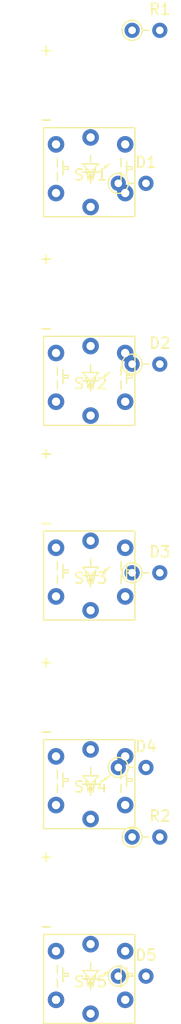
<source format=kicad_pcb>
(kicad_pcb (version 20171130) (host pcbnew "(5.1.5-0-10_14)")

  (general
    (thickness 1.6)
    (drawings 0)
    (tracks 0)
    (zones 0)
    (modules 12)
    (nets 24)
  )

  (page A4)
  (layers
    (0 F.Cu signal)
    (31 B.Cu signal)
    (32 B.Adhes user)
    (33 F.Adhes user)
    (34 B.Paste user)
    (35 F.Paste user)
    (36 B.SilkS user)
    (37 F.SilkS user)
    (38 B.Mask user)
    (39 F.Mask user)
    (40 Dwgs.User user)
    (41 Cmts.User user)
    (42 Eco1.User user)
    (43 Eco2.User user)
    (44 Edge.Cuts user)
    (45 Margin user)
    (46 B.CrtYd user)
    (47 F.CrtYd user)
    (48 B.Fab user)
    (49 F.Fab user)
  )

  (setup
    (last_trace_width 0.25)
    (trace_clearance 0.2)
    (zone_clearance 0.508)
    (zone_45_only no)
    (trace_min 0.2)
    (via_size 0.8)
    (via_drill 0.4)
    (via_min_size 0.4)
    (via_min_drill 0.3)
    (uvia_size 0.3)
    (uvia_drill 0.1)
    (uvias_allowed no)
    (uvia_min_size 0.2)
    (uvia_min_drill 0.1)
    (edge_width 0.05)
    (segment_width 0.2)
    (pcb_text_width 0.3)
    (pcb_text_size 1.5 1.5)
    (mod_edge_width 0.12)
    (mod_text_size 1 1)
    (mod_text_width 0.15)
    (pad_size 1.524 1.524)
    (pad_drill 0.762)
    (pad_to_mask_clearance 0.051)
    (solder_mask_min_width 0.25)
    (aux_axis_origin 0 0)
    (visible_elements FFFFFF7F)
    (pcbplotparams
      (layerselection 0x010fc_ffffffff)
      (usegerberextensions false)
      (usegerberattributes false)
      (usegerberadvancedattributes false)
      (creategerberjobfile false)
      (excludeedgelayer true)
      (linewidth 0.100000)
      (plotframeref false)
      (viasonmask false)
      (mode 1)
      (useauxorigin false)
      (hpglpennumber 1)
      (hpglpenspeed 20)
      (hpglpendiameter 15.000000)
      (psnegative false)
      (psa4output false)
      (plotreference true)
      (plotvalue true)
      (plotinvisibletext false)
      (padsonsilk false)
      (subtractmaskfromsilk false)
      (outputformat 1)
      (mirror false)
      (drillshape 1)
      (scaleselection 1)
      (outputdirectory ""))
  )

  (net 0 "")
  (net 1 "Net-(SW1-Pad6)")
  (net 2 "Net-(SW1-Pad4)")
  (net 3 "Net-(SW1-Pad3)")
  (net 4 "Net-(D1-Pad1)")
  (net 5 "Net-(D1-Pad2)")
  (net 6 "Net-(D2-Pad1)")
  (net 7 "Net-(D3-Pad1)")
  (net 8 "Net-(D4-Pad1)")
  (net 9 "Net-(D5-Pad1)")
  (net 10 "Net-(R1-Pad1)")
  (net 11 +12V)
  (net 12 "Net-(R2-Pad1)")
  (net 13 "Net-(SW2-Pad6)")
  (net 14 "Net-(SW2-Pad4)")
  (net 15 "Net-(SW2-Pad3)")
  (net 16 GND)
  (net 17 "Net-(SW3-Pad4)")
  (net 18 "Net-(SW3-Pad3)")
  (net 19 "Net-(SW4-Pad6)")
  (net 20 "Net-(SW4-Pad4)")
  (net 21 "Net-(SW4-Pad3)")
  (net 22 "Net-(SW5-Pad4)")
  (net 23 "Net-(SW5-Pad3)")

  (net_class Default "This is the default net class."
    (clearance 0.2)
    (trace_width 0.25)
    (via_dia 0.8)
    (via_drill 0.4)
    (uvia_dia 0.3)
    (uvia_drill 0.1)
    (add_net +12V)
    (add_net GND)
    (add_net "Net-(D1-Pad1)")
    (add_net "Net-(D1-Pad2)")
    (add_net "Net-(D2-Pad1)")
    (add_net "Net-(D3-Pad1)")
    (add_net "Net-(D4-Pad1)")
    (add_net "Net-(D5-Pad1)")
    (add_net "Net-(R1-Pad1)")
    (add_net "Net-(R2-Pad1)")
    (add_net "Net-(SW1-Pad3)")
    (add_net "Net-(SW1-Pad4)")
    (add_net "Net-(SW1-Pad6)")
    (add_net "Net-(SW2-Pad3)")
    (add_net "Net-(SW2-Pad4)")
    (add_net "Net-(SW2-Pad6)")
    (add_net "Net-(SW3-Pad3)")
    (add_net "Net-(SW3-Pad4)")
    (add_net "Net-(SW4-Pad3)")
    (add_net "Net-(SW4-Pad4)")
    (add_net "Net-(SW4-Pad6)")
    (add_net "Net-(SW5-Pad3)")
    (add_net "Net-(SW5-Pad4)")
  )

  (module PT_Library_v001:PT_Small_Tactile_Switch_With_LED (layer F.Cu) (tedit 5EACFBFC) (tstamp 5EACE576)
    (at 132.08 158.75)
    (path /5EADC7D6)
    (fp_text reference SW5 (at 0 0.5) (layer F.SilkS)
      (effects (font (size 1 1) (thickness 0.15)))
    )
    (fp_text value PT_Tactile_Switch_Led (at 0 -0.5) (layer F.Fab)
      (effects (font (size 1 1) (thickness 0.15)))
    )
    (fp_line (start -4.318 -3.81) (end -3.048 -3.81) (layer F.SilkS) (width 0.12))
    (fp_line (start -4.318 4.318) (end -4.318 -3.81) (layer F.SilkS) (width 0.12))
    (fp_line (start 4.064 4.318) (end -4.318 4.318) (layer F.SilkS) (width 0.12))
    (fp_line (start 4.064 -3.81) (end 4.064 4.318) (layer F.SilkS) (width 0.12))
    (fp_line (start -4.064 -3.81) (end 4.064 -3.81) (layer F.SilkS) (width 0.12))
    (fp_text user - (at -4.064 -4.572) (layer F.SilkS)
      (effects (font (size 1 1) (thickness 0.15)))
    )
    (fp_line (start 3.81 0) (end 3.302 0) (layer F.SilkS) (width 0.12))
    (fp_line (start 2.794 -1.016) (end 2.794 -0.254) (layer F.SilkS) (width 0.12))
    (fp_line (start 3.81 -0.254) (end 3.81 0) (layer F.SilkS) (width 0.12))
    (fp_line (start 3.302 -0.762) (end 3.302 0.508) (layer F.SilkS) (width 0.12))
    (fp_line (start 2.794 0.254) (end 2.794 1.016) (layer F.SilkS) (width 0.12))
    (fp_line (start 3.302 -0.254) (end 3.81 -0.254) (layer F.SilkS) (width 0.12))
    (fp_line (start -2.032 0) (end -2.54 0) (layer F.SilkS) (width 0.12))
    (fp_line (start -2.032 -0.254) (end -2.032 0) (layer F.SilkS) (width 0.12))
    (fp_line (start -2.54 -0.254) (end -2.032 -0.254) (layer F.SilkS) (width 0.12))
    (fp_line (start -2.54 -0.762) (end -2.54 0.508) (layer F.SilkS) (width 0.12))
    (fp_line (start -3.048 0.254) (end -3.048 1.016) (layer F.SilkS) (width 0.12))
    (fp_line (start -3.048 -1.016) (end -3.048 -0.254) (layer F.SilkS) (width 0.12))
    (fp_line (start 1.524 -0.254) (end 1.016 0) (layer F.SilkS) (width 0.12))
    (fp_line (start 1.27 -0.254) (end 1.524 -0.254) (layer F.SilkS) (width 0.12))
    (fp_line (start 1.778 -0.508) (end 1.27 -0.254) (layer F.SilkS) (width 0.12))
    (fp_line (start 0 0.254) (end 0 1.27) (layer F.SilkS) (width 0.12))
    (fp_line (start -0.762 0.254) (end 0 0.254) (layer F.SilkS) (width 0.12))
    (fp_line (start 0.762 0.254) (end -0.762 0.254) (layer F.SilkS) (width 0.12))
    (fp_line (start -0.762 -0.508) (end 0 -0.508) (layer F.SilkS) (width 0.12))
    (fp_line (start 0 0.254) (end -0.762 -0.508) (layer F.SilkS) (width 0.12))
    (fp_line (start 0.762 -0.508) (end 0 0.254) (layer F.SilkS) (width 0.12))
    (fp_line (start 0 -0.508) (end 0.762 -0.508) (layer F.SilkS) (width 0.12))
    (fp_line (start 0 -1.27) (end 0 -0.508) (layer F.SilkS) (width 0.12))
    (fp_text user + (at -4.064 -10.922) (layer F.SilkS)
      (effects (font (size 1 1) (thickness 0.15)))
    )
    (pad 6 thru_hole circle (at 0 3.429) (size 1.524 1.524) (drill 0.762) (layers *.Cu *.Mask)
      (net 16 GND))
    (pad 5 thru_hole circle (at 0 -2.921) (size 1.524 1.524) (drill 0.762) (layers *.Cu *.Mask)
      (net 19 "Net-(SW4-Pad6)"))
    (pad 4 thru_hole circle (at 3.175 2.159) (size 1.524 1.524) (drill 0.762) (layers *.Cu *.Mask)
      (net 22 "Net-(SW5-Pad4)"))
    (pad 3 thru_hole circle (at -3.175 2.159) (size 1.524 1.524) (drill 0.762) (layers *.Cu *.Mask)
      (net 23 "Net-(SW5-Pad3)"))
    (pad 2 thru_hole circle (at 3.175 -2.286) (size 1.524 1.524) (drill 0.762) (layers *.Cu *.Mask)
      (net 9 "Net-(D5-Pad1)"))
    (pad 1 thru_hole circle (at -3.175 -2.286) (size 1.524 1.524) (drill 0.762) (layers *.Cu *.Mask)
      (net 9 "Net-(D5-Pad1)"))
  )

  (module PT_Library_v001:PT_Small_Tactile_Switch_With_LED (layer F.Cu) (tedit 5EACFBFC) (tstamp 5EACE549)
    (at 132.08 140.97)
    (path /5EAD648E)
    (fp_text reference SW4 (at 0 0.5) (layer F.SilkS)
      (effects (font (size 1 1) (thickness 0.15)))
    )
    (fp_text value PT_Tactile_Switch_Led (at 0 -0.5) (layer F.Fab)
      (effects (font (size 1 1) (thickness 0.15)))
    )
    (fp_line (start -4.318 -3.81) (end -3.048 -3.81) (layer F.SilkS) (width 0.12))
    (fp_line (start -4.318 4.318) (end -4.318 -3.81) (layer F.SilkS) (width 0.12))
    (fp_line (start 4.064 4.318) (end -4.318 4.318) (layer F.SilkS) (width 0.12))
    (fp_line (start 4.064 -3.81) (end 4.064 4.318) (layer F.SilkS) (width 0.12))
    (fp_line (start -4.064 -3.81) (end 4.064 -3.81) (layer F.SilkS) (width 0.12))
    (fp_text user - (at -4.064 -4.572) (layer F.SilkS)
      (effects (font (size 1 1) (thickness 0.15)))
    )
    (fp_line (start 3.81 0) (end 3.302 0) (layer F.SilkS) (width 0.12))
    (fp_line (start 2.794 -1.016) (end 2.794 -0.254) (layer F.SilkS) (width 0.12))
    (fp_line (start 3.81 -0.254) (end 3.81 0) (layer F.SilkS) (width 0.12))
    (fp_line (start 3.302 -0.762) (end 3.302 0.508) (layer F.SilkS) (width 0.12))
    (fp_line (start 2.794 0.254) (end 2.794 1.016) (layer F.SilkS) (width 0.12))
    (fp_line (start 3.302 -0.254) (end 3.81 -0.254) (layer F.SilkS) (width 0.12))
    (fp_line (start -2.032 0) (end -2.54 0) (layer F.SilkS) (width 0.12))
    (fp_line (start -2.032 -0.254) (end -2.032 0) (layer F.SilkS) (width 0.12))
    (fp_line (start -2.54 -0.254) (end -2.032 -0.254) (layer F.SilkS) (width 0.12))
    (fp_line (start -2.54 -0.762) (end -2.54 0.508) (layer F.SilkS) (width 0.12))
    (fp_line (start -3.048 0.254) (end -3.048 1.016) (layer F.SilkS) (width 0.12))
    (fp_line (start -3.048 -1.016) (end -3.048 -0.254) (layer F.SilkS) (width 0.12))
    (fp_line (start 1.524 -0.254) (end 1.016 0) (layer F.SilkS) (width 0.12))
    (fp_line (start 1.27 -0.254) (end 1.524 -0.254) (layer F.SilkS) (width 0.12))
    (fp_line (start 1.778 -0.508) (end 1.27 -0.254) (layer F.SilkS) (width 0.12))
    (fp_line (start 0 0.254) (end 0 1.27) (layer F.SilkS) (width 0.12))
    (fp_line (start -0.762 0.254) (end 0 0.254) (layer F.SilkS) (width 0.12))
    (fp_line (start 0.762 0.254) (end -0.762 0.254) (layer F.SilkS) (width 0.12))
    (fp_line (start -0.762 -0.508) (end 0 -0.508) (layer F.SilkS) (width 0.12))
    (fp_line (start 0 0.254) (end -0.762 -0.508) (layer F.SilkS) (width 0.12))
    (fp_line (start 0.762 -0.508) (end 0 0.254) (layer F.SilkS) (width 0.12))
    (fp_line (start 0 -0.508) (end 0.762 -0.508) (layer F.SilkS) (width 0.12))
    (fp_line (start 0 -1.27) (end 0 -0.508) (layer F.SilkS) (width 0.12))
    (fp_text user + (at -4.064 -10.922) (layer F.SilkS)
      (effects (font (size 1 1) (thickness 0.15)))
    )
    (pad 6 thru_hole circle (at 0 3.429) (size 1.524 1.524) (drill 0.762) (layers *.Cu *.Mask)
      (net 19 "Net-(SW4-Pad6)"))
    (pad 5 thru_hole circle (at 0 -2.921) (size 1.524 1.524) (drill 0.762) (layers *.Cu *.Mask)
      (net 12 "Net-(R2-Pad1)"))
    (pad 4 thru_hole circle (at 3.175 2.159) (size 1.524 1.524) (drill 0.762) (layers *.Cu *.Mask)
      (net 20 "Net-(SW4-Pad4)"))
    (pad 3 thru_hole circle (at -3.175 2.159) (size 1.524 1.524) (drill 0.762) (layers *.Cu *.Mask)
      (net 21 "Net-(SW4-Pad3)"))
    (pad 2 thru_hole circle (at 3.175 -2.286) (size 1.524 1.524) (drill 0.762) (layers *.Cu *.Mask)
      (net 8 "Net-(D4-Pad1)"))
    (pad 1 thru_hole circle (at -3.175 -2.286) (size 1.524 1.524) (drill 0.762) (layers *.Cu *.Mask)
      (net 8 "Net-(D4-Pad1)"))
  )

  (module PT_Library_v001:PT_Small_Tactile_Switch_With_LED (layer F.Cu) (tedit 5EACFBFC) (tstamp 5EACE51C)
    (at 132.08 121.92)
    (path /5EAD6475)
    (fp_text reference SW3 (at 0 0.5) (layer F.SilkS)
      (effects (font (size 1 1) (thickness 0.15)))
    )
    (fp_text value PT_Tactile_Switch_Led (at 0 -0.5) (layer F.Fab)
      (effects (font (size 1 1) (thickness 0.15)))
    )
    (fp_line (start -4.318 -3.81) (end -3.048 -3.81) (layer F.SilkS) (width 0.12))
    (fp_line (start -4.318 4.318) (end -4.318 -3.81) (layer F.SilkS) (width 0.12))
    (fp_line (start 4.064 4.318) (end -4.318 4.318) (layer F.SilkS) (width 0.12))
    (fp_line (start 4.064 -3.81) (end 4.064 4.318) (layer F.SilkS) (width 0.12))
    (fp_line (start -4.064 -3.81) (end 4.064 -3.81) (layer F.SilkS) (width 0.12))
    (fp_text user - (at -4.064 -4.572) (layer F.SilkS)
      (effects (font (size 1 1) (thickness 0.15)))
    )
    (fp_line (start 3.81 0) (end 3.302 0) (layer F.SilkS) (width 0.12))
    (fp_line (start 2.794 -1.016) (end 2.794 -0.254) (layer F.SilkS) (width 0.12))
    (fp_line (start 3.81 -0.254) (end 3.81 0) (layer F.SilkS) (width 0.12))
    (fp_line (start 3.302 -0.762) (end 3.302 0.508) (layer F.SilkS) (width 0.12))
    (fp_line (start 2.794 0.254) (end 2.794 1.016) (layer F.SilkS) (width 0.12))
    (fp_line (start 3.302 -0.254) (end 3.81 -0.254) (layer F.SilkS) (width 0.12))
    (fp_line (start -2.032 0) (end -2.54 0) (layer F.SilkS) (width 0.12))
    (fp_line (start -2.032 -0.254) (end -2.032 0) (layer F.SilkS) (width 0.12))
    (fp_line (start -2.54 -0.254) (end -2.032 -0.254) (layer F.SilkS) (width 0.12))
    (fp_line (start -2.54 -0.762) (end -2.54 0.508) (layer F.SilkS) (width 0.12))
    (fp_line (start -3.048 0.254) (end -3.048 1.016) (layer F.SilkS) (width 0.12))
    (fp_line (start -3.048 -1.016) (end -3.048 -0.254) (layer F.SilkS) (width 0.12))
    (fp_line (start 1.524 -0.254) (end 1.016 0) (layer F.SilkS) (width 0.12))
    (fp_line (start 1.27 -0.254) (end 1.524 -0.254) (layer F.SilkS) (width 0.12))
    (fp_line (start 1.778 -0.508) (end 1.27 -0.254) (layer F.SilkS) (width 0.12))
    (fp_line (start 0 0.254) (end 0 1.27) (layer F.SilkS) (width 0.12))
    (fp_line (start -0.762 0.254) (end 0 0.254) (layer F.SilkS) (width 0.12))
    (fp_line (start 0.762 0.254) (end -0.762 0.254) (layer F.SilkS) (width 0.12))
    (fp_line (start -0.762 -0.508) (end 0 -0.508) (layer F.SilkS) (width 0.12))
    (fp_line (start 0 0.254) (end -0.762 -0.508) (layer F.SilkS) (width 0.12))
    (fp_line (start 0.762 -0.508) (end 0 0.254) (layer F.SilkS) (width 0.12))
    (fp_line (start 0 -0.508) (end 0.762 -0.508) (layer F.SilkS) (width 0.12))
    (fp_line (start 0 -1.27) (end 0 -0.508) (layer F.SilkS) (width 0.12))
    (fp_text user + (at -4.064 -10.922) (layer F.SilkS)
      (effects (font (size 1 1) (thickness 0.15)))
    )
    (pad 6 thru_hole circle (at 0 3.429) (size 1.524 1.524) (drill 0.762) (layers *.Cu *.Mask)
      (net 16 GND))
    (pad 5 thru_hole circle (at 0 -2.921) (size 1.524 1.524) (drill 0.762) (layers *.Cu *.Mask)
      (net 13 "Net-(SW2-Pad6)"))
    (pad 4 thru_hole circle (at 3.175 2.159) (size 1.524 1.524) (drill 0.762) (layers *.Cu *.Mask)
      (net 17 "Net-(SW3-Pad4)"))
    (pad 3 thru_hole circle (at -3.175 2.159) (size 1.524 1.524) (drill 0.762) (layers *.Cu *.Mask)
      (net 18 "Net-(SW3-Pad3)"))
    (pad 2 thru_hole circle (at 3.175 -2.286) (size 1.524 1.524) (drill 0.762) (layers *.Cu *.Mask)
      (net 7 "Net-(D3-Pad1)"))
    (pad 1 thru_hole circle (at -3.175 -2.286) (size 1.524 1.524) (drill 0.762) (layers *.Cu *.Mask)
      (net 7 "Net-(D3-Pad1)"))
  )

  (module PT_Library_v001:PT_Small_Tactile_Switch_With_LED (layer F.Cu) (tedit 5EACFBFC) (tstamp 5EACE4EF)
    (at 132.08 104.14)
    (path /5EAD361F)
    (fp_text reference SW2 (at 0 0.5) (layer F.SilkS)
      (effects (font (size 1 1) (thickness 0.15)))
    )
    (fp_text value PT_Tactile_Switch_Led (at 0 -0.5) (layer F.Fab)
      (effects (font (size 1 1) (thickness 0.15)))
    )
    (fp_line (start -4.318 -3.81) (end -3.048 -3.81) (layer F.SilkS) (width 0.12))
    (fp_line (start -4.318 4.318) (end -4.318 -3.81) (layer F.SilkS) (width 0.12))
    (fp_line (start 4.064 4.318) (end -4.318 4.318) (layer F.SilkS) (width 0.12))
    (fp_line (start 4.064 -3.81) (end 4.064 4.318) (layer F.SilkS) (width 0.12))
    (fp_line (start -4.064 -3.81) (end 4.064 -3.81) (layer F.SilkS) (width 0.12))
    (fp_text user - (at -4.064 -4.572) (layer F.SilkS)
      (effects (font (size 1 1) (thickness 0.15)))
    )
    (fp_line (start 3.81 0) (end 3.302 0) (layer F.SilkS) (width 0.12))
    (fp_line (start 2.794 -1.016) (end 2.794 -0.254) (layer F.SilkS) (width 0.12))
    (fp_line (start 3.81 -0.254) (end 3.81 0) (layer F.SilkS) (width 0.12))
    (fp_line (start 3.302 -0.762) (end 3.302 0.508) (layer F.SilkS) (width 0.12))
    (fp_line (start 2.794 0.254) (end 2.794 1.016) (layer F.SilkS) (width 0.12))
    (fp_line (start 3.302 -0.254) (end 3.81 -0.254) (layer F.SilkS) (width 0.12))
    (fp_line (start -2.032 0) (end -2.54 0) (layer F.SilkS) (width 0.12))
    (fp_line (start -2.032 -0.254) (end -2.032 0) (layer F.SilkS) (width 0.12))
    (fp_line (start -2.54 -0.254) (end -2.032 -0.254) (layer F.SilkS) (width 0.12))
    (fp_line (start -2.54 -0.762) (end -2.54 0.508) (layer F.SilkS) (width 0.12))
    (fp_line (start -3.048 0.254) (end -3.048 1.016) (layer F.SilkS) (width 0.12))
    (fp_line (start -3.048 -1.016) (end -3.048 -0.254) (layer F.SilkS) (width 0.12))
    (fp_line (start 1.524 -0.254) (end 1.016 0) (layer F.SilkS) (width 0.12))
    (fp_line (start 1.27 -0.254) (end 1.524 -0.254) (layer F.SilkS) (width 0.12))
    (fp_line (start 1.778 -0.508) (end 1.27 -0.254) (layer F.SilkS) (width 0.12))
    (fp_line (start 0 0.254) (end 0 1.27) (layer F.SilkS) (width 0.12))
    (fp_line (start -0.762 0.254) (end 0 0.254) (layer F.SilkS) (width 0.12))
    (fp_line (start 0.762 0.254) (end -0.762 0.254) (layer F.SilkS) (width 0.12))
    (fp_line (start -0.762 -0.508) (end 0 -0.508) (layer F.SilkS) (width 0.12))
    (fp_line (start 0 0.254) (end -0.762 -0.508) (layer F.SilkS) (width 0.12))
    (fp_line (start 0.762 -0.508) (end 0 0.254) (layer F.SilkS) (width 0.12))
    (fp_line (start 0 -0.508) (end 0.762 -0.508) (layer F.SilkS) (width 0.12))
    (fp_line (start 0 -1.27) (end 0 -0.508) (layer F.SilkS) (width 0.12))
    (fp_text user + (at -4.064 -10.922) (layer F.SilkS)
      (effects (font (size 1 1) (thickness 0.15)))
    )
    (pad 6 thru_hole circle (at 0 3.429) (size 1.524 1.524) (drill 0.762) (layers *.Cu *.Mask)
      (net 13 "Net-(SW2-Pad6)"))
    (pad 5 thru_hole circle (at 0 -2.921) (size 1.524 1.524) (drill 0.762) (layers *.Cu *.Mask)
      (net 1 "Net-(SW1-Pad6)"))
    (pad 4 thru_hole circle (at 3.175 2.159) (size 1.524 1.524) (drill 0.762) (layers *.Cu *.Mask)
      (net 14 "Net-(SW2-Pad4)"))
    (pad 3 thru_hole circle (at -3.175 2.159) (size 1.524 1.524) (drill 0.762) (layers *.Cu *.Mask)
      (net 15 "Net-(SW2-Pad3)"))
    (pad 2 thru_hole circle (at 3.175 -2.286) (size 1.524 1.524) (drill 0.762) (layers *.Cu *.Mask)
      (net 6 "Net-(D2-Pad1)"))
    (pad 1 thru_hole circle (at -3.175 -2.286) (size 1.524 1.524) (drill 0.762) (layers *.Cu *.Mask)
      (net 6 "Net-(D2-Pad1)"))
  )

  (module PT_Library_v001:PT_R_Axial_DIN0204_L3.6mm_D1.6mm_P2.54mm_Vertical (layer F.Cu) (tedit 5AE5139B) (tstamp 5EACE46A)
    (at 135.89 146.05)
    (descr "Resistor, Axial_DIN0204 series, Axial, Vertical, pin pitch=2.54mm, 0.167W, length*diameter=3.6*1.6mm^2, http://cdn-reichelt.de/documents/datenblatt/B400/1_4W%23YAG.pdf")
    (tags "Resistor Axial_DIN0204 series Axial Vertical pin pitch 2.54mm 0.167W length 3.6mm diameter 1.6mm")
    (path /5EAE4500)
    (fp_text reference R2 (at 2.54 -1.92) (layer F.SilkS)
      (effects (font (size 1 1) (thickness 0.15)))
    )
    (fp_text value R (at 2.54 1.92) (layer F.Fab)
      (effects (font (size 1 1) (thickness 0.15)))
    )
    (fp_circle (center 0 0) (end 0.8 0) (layer F.Fab) (width 0.1))
    (fp_circle (center 0 0) (end 0.92 0) (layer F.SilkS) (width 0.12))
    (fp_line (start 0 0) (end 2.54 0) (layer F.Fab) (width 0.1))
    (fp_line (start 0.92 0) (end 1.54 0) (layer F.SilkS) (width 0.12))
    (fp_line (start -1.05 -1.05) (end -1.05 1.05) (layer F.CrtYd) (width 0.05))
    (fp_line (start -1.05 1.05) (end 3.49 1.05) (layer F.CrtYd) (width 0.05))
    (fp_line (start 3.49 1.05) (end 3.49 -1.05) (layer F.CrtYd) (width 0.05))
    (fp_line (start 3.49 -1.05) (end -1.05 -1.05) (layer F.CrtYd) (width 0.05))
    (fp_text user %R (at 2.54 -1.92) (layer F.Fab)
      (effects (font (size 1 1) (thickness 0.15)))
    )
    (pad 1 thru_hole circle (at 0 0) (size 1.4 1.4) (drill 0.7) (layers *.Cu *.Mask)
      (net 12 "Net-(R2-Pad1)"))
    (pad 2 thru_hole oval (at 2.54 0) (size 1.4 1.4) (drill 0.7) (layers *.Cu *.Mask)
      (net 11 +12V))
    (model ${KISYS3DMOD}/Resistor_THT.3dshapes/R_Axial_DIN0204_L3.6mm_D1.6mm_P2.54mm_Vertical.wrl
      (at (xyz 0 0 0))
      (scale (xyz 1 1 1))
      (rotate (xyz 0 0 0))
    )
  )

  (module PT_Library_v001:PT_R_Axial_DIN0204_L3.6mm_D1.6mm_P2.54mm_Vertical (layer F.Cu) (tedit 5AE5139B) (tstamp 5EACE45B)
    (at 135.89 72.39)
    (descr "Resistor, Axial_DIN0204 series, Axial, Vertical, pin pitch=2.54mm, 0.167W, length*diameter=3.6*1.6mm^2, http://cdn-reichelt.de/documents/datenblatt/B400/1_4W%23YAG.pdf")
    (tags "Resistor Axial_DIN0204 series Axial Vertical pin pitch 2.54mm 0.167W length 3.6mm diameter 1.6mm")
    (path /5EAE1020)
    (fp_text reference R1 (at 2.54 -1.92) (layer F.SilkS)
      (effects (font (size 1 1) (thickness 0.15)))
    )
    (fp_text value R (at 2.54 1.92) (layer F.Fab)
      (effects (font (size 1 1) (thickness 0.15)))
    )
    (fp_circle (center 0 0) (end 0.8 0) (layer F.Fab) (width 0.1))
    (fp_circle (center 0 0) (end 0.92 0) (layer F.SilkS) (width 0.12))
    (fp_line (start 0 0) (end 2.54 0) (layer F.Fab) (width 0.1))
    (fp_line (start 0.92 0) (end 1.54 0) (layer F.SilkS) (width 0.12))
    (fp_line (start -1.05 -1.05) (end -1.05 1.05) (layer F.CrtYd) (width 0.05))
    (fp_line (start -1.05 1.05) (end 3.49 1.05) (layer F.CrtYd) (width 0.05))
    (fp_line (start 3.49 1.05) (end 3.49 -1.05) (layer F.CrtYd) (width 0.05))
    (fp_line (start 3.49 -1.05) (end -1.05 -1.05) (layer F.CrtYd) (width 0.05))
    (fp_text user %R (at 2.54 -1.92) (layer F.Fab)
      (effects (font (size 1 1) (thickness 0.15)))
    )
    (pad 1 thru_hole circle (at 0 0) (size 1.4 1.4) (drill 0.7) (layers *.Cu *.Mask)
      (net 10 "Net-(R1-Pad1)"))
    (pad 2 thru_hole oval (at 2.54 0) (size 1.4 1.4) (drill 0.7) (layers *.Cu *.Mask)
      (net 11 +12V))
    (model ${KISYS3DMOD}/Resistor_THT.3dshapes/R_Axial_DIN0204_L3.6mm_D1.6mm_P2.54mm_Vertical.wrl
      (at (xyz 0 0 0))
      (scale (xyz 1 1 1))
      (rotate (xyz 0 0 0))
    )
  )

  (module PT_Library_v001:PT_R_Axial_DIN0204_L3.6mm_D1.6mm_P2.54mm_Vertical (layer F.Cu) (tedit 5AE5139B) (tstamp 5EACE44C)
    (at 134.62 158.75)
    (descr "Resistor, Axial_DIN0204 series, Axial, Vertical, pin pitch=2.54mm, 0.167W, length*diameter=3.6*1.6mm^2, http://cdn-reichelt.de/documents/datenblatt/B400/1_4W%23YAG.pdf")
    (tags "Resistor Axial_DIN0204 series Axial Vertical pin pitch 2.54mm 0.167W length 3.6mm diameter 1.6mm")
    (path /5EADC7E0)
    (fp_text reference D5 (at 2.54 -1.92) (layer F.SilkS)
      (effects (font (size 1 1) (thickness 0.15)))
    )
    (fp_text value D (at 2.54 1.92) (layer F.Fab)
      (effects (font (size 1 1) (thickness 0.15)))
    )
    (fp_circle (center 0 0) (end 0.8 0) (layer F.Fab) (width 0.1))
    (fp_circle (center 0 0) (end 0.92 0) (layer F.SilkS) (width 0.12))
    (fp_line (start 0 0) (end 2.54 0) (layer F.Fab) (width 0.1))
    (fp_line (start 0.92 0) (end 1.54 0) (layer F.SilkS) (width 0.12))
    (fp_line (start -1.05 -1.05) (end -1.05 1.05) (layer F.CrtYd) (width 0.05))
    (fp_line (start -1.05 1.05) (end 3.49 1.05) (layer F.CrtYd) (width 0.05))
    (fp_line (start 3.49 1.05) (end 3.49 -1.05) (layer F.CrtYd) (width 0.05))
    (fp_line (start 3.49 -1.05) (end -1.05 -1.05) (layer F.CrtYd) (width 0.05))
    (fp_text user %R (at 2.54 -1.92) (layer F.Fab)
      (effects (font (size 1 1) (thickness 0.15)))
    )
    (pad 1 thru_hole circle (at 0 0) (size 1.4 1.4) (drill 0.7) (layers *.Cu *.Mask)
      (net 9 "Net-(D5-Pad1)"))
    (pad 2 thru_hole oval (at 2.54 0) (size 1.4 1.4) (drill 0.7) (layers *.Cu *.Mask)
      (net 5 "Net-(D1-Pad2)"))
    (model ${KISYS3DMOD}/Resistor_THT.3dshapes/R_Axial_DIN0204_L3.6mm_D1.6mm_P2.54mm_Vertical.wrl
      (at (xyz 0 0 0))
      (scale (xyz 1 1 1))
      (rotate (xyz 0 0 0))
    )
  )

  (module PT_Library_v001:PT_R_Axial_DIN0204_L3.6mm_D1.6mm_P2.54mm_Vertical (layer F.Cu) (tedit 5AE5139B) (tstamp 5EACE43D)
    (at 134.62 139.7)
    (descr "Resistor, Axial_DIN0204 series, Axial, Vertical, pin pitch=2.54mm, 0.167W, length*diameter=3.6*1.6mm^2, http://cdn-reichelt.de/documents/datenblatt/B400/1_4W%23YAG.pdf")
    (tags "Resistor Axial_DIN0204 series Axial Vertical pin pitch 2.54mm 0.167W length 3.6mm diameter 1.6mm")
    (path /5EAD6498)
    (fp_text reference D4 (at 2.54 -1.92) (layer F.SilkS)
      (effects (font (size 1 1) (thickness 0.15)))
    )
    (fp_text value D (at 2.54 1.92) (layer F.Fab)
      (effects (font (size 1 1) (thickness 0.15)))
    )
    (fp_circle (center 0 0) (end 0.8 0) (layer F.Fab) (width 0.1))
    (fp_circle (center 0 0) (end 0.92 0) (layer F.SilkS) (width 0.12))
    (fp_line (start 0 0) (end 2.54 0) (layer F.Fab) (width 0.1))
    (fp_line (start 0.92 0) (end 1.54 0) (layer F.SilkS) (width 0.12))
    (fp_line (start -1.05 -1.05) (end -1.05 1.05) (layer F.CrtYd) (width 0.05))
    (fp_line (start -1.05 1.05) (end 3.49 1.05) (layer F.CrtYd) (width 0.05))
    (fp_line (start 3.49 1.05) (end 3.49 -1.05) (layer F.CrtYd) (width 0.05))
    (fp_line (start 3.49 -1.05) (end -1.05 -1.05) (layer F.CrtYd) (width 0.05))
    (fp_text user %R (at 2.54 -1.92) (layer F.Fab)
      (effects (font (size 1 1) (thickness 0.15)))
    )
    (pad 1 thru_hole circle (at 0 0) (size 1.4 1.4) (drill 0.7) (layers *.Cu *.Mask)
      (net 8 "Net-(D4-Pad1)"))
    (pad 2 thru_hole oval (at 2.54 0) (size 1.4 1.4) (drill 0.7) (layers *.Cu *.Mask)
      (net 5 "Net-(D1-Pad2)"))
    (model ${KISYS3DMOD}/Resistor_THT.3dshapes/R_Axial_DIN0204_L3.6mm_D1.6mm_P2.54mm_Vertical.wrl
      (at (xyz 0 0 0))
      (scale (xyz 1 1 1))
      (rotate (xyz 0 0 0))
    )
  )

  (module PT_Library_v001:PT_R_Axial_DIN0204_L3.6mm_D1.6mm_P2.54mm_Vertical (layer F.Cu) (tedit 5AE5139B) (tstamp 5EACE42E)
    (at 135.89 121.92)
    (descr "Resistor, Axial_DIN0204 series, Axial, Vertical, pin pitch=2.54mm, 0.167W, length*diameter=3.6*1.6mm^2, http://cdn-reichelt.de/documents/datenblatt/B400/1_4W%23YAG.pdf")
    (tags "Resistor Axial_DIN0204 series Axial Vertical pin pitch 2.54mm 0.167W length 3.6mm diameter 1.6mm")
    (path /5EAD647F)
    (fp_text reference D3 (at 2.54 -1.92) (layer F.SilkS)
      (effects (font (size 1 1) (thickness 0.15)))
    )
    (fp_text value D (at 2.54 1.92) (layer F.Fab)
      (effects (font (size 1 1) (thickness 0.15)))
    )
    (fp_circle (center 0 0) (end 0.8 0) (layer F.Fab) (width 0.1))
    (fp_circle (center 0 0) (end 0.92 0) (layer F.SilkS) (width 0.12))
    (fp_line (start 0 0) (end 2.54 0) (layer F.Fab) (width 0.1))
    (fp_line (start 0.92 0) (end 1.54 0) (layer F.SilkS) (width 0.12))
    (fp_line (start -1.05 -1.05) (end -1.05 1.05) (layer F.CrtYd) (width 0.05))
    (fp_line (start -1.05 1.05) (end 3.49 1.05) (layer F.CrtYd) (width 0.05))
    (fp_line (start 3.49 1.05) (end 3.49 -1.05) (layer F.CrtYd) (width 0.05))
    (fp_line (start 3.49 -1.05) (end -1.05 -1.05) (layer F.CrtYd) (width 0.05))
    (fp_text user %R (at 2.54 -1.92) (layer F.Fab)
      (effects (font (size 1 1) (thickness 0.15)))
    )
    (pad 1 thru_hole circle (at 0 0) (size 1.4 1.4) (drill 0.7) (layers *.Cu *.Mask)
      (net 7 "Net-(D3-Pad1)"))
    (pad 2 thru_hole oval (at 2.54 0) (size 1.4 1.4) (drill 0.7) (layers *.Cu *.Mask)
      (net 5 "Net-(D1-Pad2)"))
    (model ${KISYS3DMOD}/Resistor_THT.3dshapes/R_Axial_DIN0204_L3.6mm_D1.6mm_P2.54mm_Vertical.wrl
      (at (xyz 0 0 0))
      (scale (xyz 1 1 1))
      (rotate (xyz 0 0 0))
    )
  )

  (module PT_Library_v001:PT_R_Axial_DIN0204_L3.6mm_D1.6mm_P2.54mm_Vertical (layer F.Cu) (tedit 5AE5139B) (tstamp 5EACE41F)
    (at 135.89 102.87)
    (descr "Resistor, Axial_DIN0204 series, Axial, Vertical, pin pitch=2.54mm, 0.167W, length*diameter=3.6*1.6mm^2, http://cdn-reichelt.de/documents/datenblatt/B400/1_4W%23YAG.pdf")
    (tags "Resistor Axial_DIN0204 series Axial Vertical pin pitch 2.54mm 0.167W length 3.6mm diameter 1.6mm")
    (path /5EAD3629)
    (fp_text reference D2 (at 2.54 -1.92) (layer F.SilkS)
      (effects (font (size 1 1) (thickness 0.15)))
    )
    (fp_text value D (at 2.54 1.92) (layer F.Fab)
      (effects (font (size 1 1) (thickness 0.15)))
    )
    (fp_circle (center 0 0) (end 0.8 0) (layer F.Fab) (width 0.1))
    (fp_circle (center 0 0) (end 0.92 0) (layer F.SilkS) (width 0.12))
    (fp_line (start 0 0) (end 2.54 0) (layer F.Fab) (width 0.1))
    (fp_line (start 0.92 0) (end 1.54 0) (layer F.SilkS) (width 0.12))
    (fp_line (start -1.05 -1.05) (end -1.05 1.05) (layer F.CrtYd) (width 0.05))
    (fp_line (start -1.05 1.05) (end 3.49 1.05) (layer F.CrtYd) (width 0.05))
    (fp_line (start 3.49 1.05) (end 3.49 -1.05) (layer F.CrtYd) (width 0.05))
    (fp_line (start 3.49 -1.05) (end -1.05 -1.05) (layer F.CrtYd) (width 0.05))
    (fp_text user %R (at 2.54 -1.92) (layer F.Fab)
      (effects (font (size 1 1) (thickness 0.15)))
    )
    (pad 1 thru_hole circle (at 0 0) (size 1.4 1.4) (drill 0.7) (layers *.Cu *.Mask)
      (net 6 "Net-(D2-Pad1)"))
    (pad 2 thru_hole oval (at 2.54 0) (size 1.4 1.4) (drill 0.7) (layers *.Cu *.Mask)
      (net 5 "Net-(D1-Pad2)"))
    (model ${KISYS3DMOD}/Resistor_THT.3dshapes/R_Axial_DIN0204_L3.6mm_D1.6mm_P2.54mm_Vertical.wrl
      (at (xyz 0 0 0))
      (scale (xyz 1 1 1))
      (rotate (xyz 0 0 0))
    )
  )

  (module PT_Library_v001:PT_R_Axial_DIN0204_L3.6mm_D1.6mm_P2.54mm_Vertical (layer F.Cu) (tedit 5AE5139B) (tstamp 5EACE410)
    (at 134.62 86.36)
    (descr "Resistor, Axial_DIN0204 series, Axial, Vertical, pin pitch=2.54mm, 0.167W, length*diameter=3.6*1.6mm^2, http://cdn-reichelt.de/documents/datenblatt/B400/1_4W%23YAG.pdf")
    (tags "Resistor Axial_DIN0204 series Axial Vertical pin pitch 2.54mm 0.167W length 3.6mm diameter 1.6mm")
    (path /5EACD4F5)
    (fp_text reference D1 (at 2.54 -1.92) (layer F.SilkS)
      (effects (font (size 1 1) (thickness 0.15)))
    )
    (fp_text value D (at 2.54 1.92) (layer F.Fab)
      (effects (font (size 1 1) (thickness 0.15)))
    )
    (fp_circle (center 0 0) (end 0.8 0) (layer F.Fab) (width 0.1))
    (fp_circle (center 0 0) (end 0.92 0) (layer F.SilkS) (width 0.12))
    (fp_line (start 0 0) (end 2.54 0) (layer F.Fab) (width 0.1))
    (fp_line (start 0.92 0) (end 1.54 0) (layer F.SilkS) (width 0.12))
    (fp_line (start -1.05 -1.05) (end -1.05 1.05) (layer F.CrtYd) (width 0.05))
    (fp_line (start -1.05 1.05) (end 3.49 1.05) (layer F.CrtYd) (width 0.05))
    (fp_line (start 3.49 1.05) (end 3.49 -1.05) (layer F.CrtYd) (width 0.05))
    (fp_line (start 3.49 -1.05) (end -1.05 -1.05) (layer F.CrtYd) (width 0.05))
    (fp_text user %R (at 2.54 -1.92) (layer F.Fab)
      (effects (font (size 1 1) (thickness 0.15)))
    )
    (pad 1 thru_hole circle (at 0 0) (size 1.4 1.4) (drill 0.7) (layers *.Cu *.Mask)
      (net 4 "Net-(D1-Pad1)"))
    (pad 2 thru_hole oval (at 2.54 0) (size 1.4 1.4) (drill 0.7) (layers *.Cu *.Mask)
      (net 5 "Net-(D1-Pad2)"))
    (model ${KISYS3DMOD}/Resistor_THT.3dshapes/R_Axial_DIN0204_L3.6mm_D1.6mm_P2.54mm_Vertical.wrl
      (at (xyz 0 0 0))
      (scale (xyz 1 1 1))
      (rotate (xyz 0 0 0))
    )
  )

  (module PT_Library_v001:PT_Small_Tactile_Switch_With_LED (layer F.Cu) (tedit 5EACFBFC) (tstamp 5EACCFE2)
    (at 132.08 85.09)
    (path /5EACCFCD)
    (fp_text reference SW1 (at 0 0.5) (layer F.SilkS)
      (effects (font (size 1 1) (thickness 0.15)))
    )
    (fp_text value PT_Tactile_Switch_Led (at 0 -0.5) (layer F.Fab)
      (effects (font (size 1 1) (thickness 0.15)))
    )
    (fp_line (start -4.318 -3.81) (end -3.048 -3.81) (layer F.SilkS) (width 0.12))
    (fp_line (start -4.318 4.318) (end -4.318 -3.81) (layer F.SilkS) (width 0.12))
    (fp_line (start 4.064 4.318) (end -4.318 4.318) (layer F.SilkS) (width 0.12))
    (fp_line (start 4.064 -3.81) (end 4.064 4.318) (layer F.SilkS) (width 0.12))
    (fp_line (start -4.064 -3.81) (end 4.064 -3.81) (layer F.SilkS) (width 0.12))
    (fp_text user - (at -4.064 -4.572) (layer F.SilkS)
      (effects (font (size 1 1) (thickness 0.15)))
    )
    (fp_line (start 3.81 0) (end 3.302 0) (layer F.SilkS) (width 0.12))
    (fp_line (start 2.794 -1.016) (end 2.794 -0.254) (layer F.SilkS) (width 0.12))
    (fp_line (start 3.81 -0.254) (end 3.81 0) (layer F.SilkS) (width 0.12))
    (fp_line (start 3.302 -0.762) (end 3.302 0.508) (layer F.SilkS) (width 0.12))
    (fp_line (start 2.794 0.254) (end 2.794 1.016) (layer F.SilkS) (width 0.12))
    (fp_line (start 3.302 -0.254) (end 3.81 -0.254) (layer F.SilkS) (width 0.12))
    (fp_line (start -2.032 0) (end -2.54 0) (layer F.SilkS) (width 0.12))
    (fp_line (start -2.032 -0.254) (end -2.032 0) (layer F.SilkS) (width 0.12))
    (fp_line (start -2.54 -0.254) (end -2.032 -0.254) (layer F.SilkS) (width 0.12))
    (fp_line (start -2.54 -0.762) (end -2.54 0.508) (layer F.SilkS) (width 0.12))
    (fp_line (start -3.048 0.254) (end -3.048 1.016) (layer F.SilkS) (width 0.12))
    (fp_line (start -3.048 -1.016) (end -3.048 -0.254) (layer F.SilkS) (width 0.12))
    (fp_line (start 1.524 -0.254) (end 1.016 0) (layer F.SilkS) (width 0.12))
    (fp_line (start 1.27 -0.254) (end 1.524 -0.254) (layer F.SilkS) (width 0.12))
    (fp_line (start 1.778 -0.508) (end 1.27 -0.254) (layer F.SilkS) (width 0.12))
    (fp_line (start 0 0.254) (end 0 1.27) (layer F.SilkS) (width 0.12))
    (fp_line (start -0.762 0.254) (end 0 0.254) (layer F.SilkS) (width 0.12))
    (fp_line (start 0.762 0.254) (end -0.762 0.254) (layer F.SilkS) (width 0.12))
    (fp_line (start -0.762 -0.508) (end 0 -0.508) (layer F.SilkS) (width 0.12))
    (fp_line (start 0 0.254) (end -0.762 -0.508) (layer F.SilkS) (width 0.12))
    (fp_line (start 0.762 -0.508) (end 0 0.254) (layer F.SilkS) (width 0.12))
    (fp_line (start 0 -0.508) (end 0.762 -0.508) (layer F.SilkS) (width 0.12))
    (fp_line (start 0 -1.27) (end 0 -0.508) (layer F.SilkS) (width 0.12))
    (fp_text user + (at -4.064 -10.922) (layer F.SilkS)
      (effects (font (size 1 1) (thickness 0.15)))
    )
    (pad 6 thru_hole circle (at 0 3.429) (size 1.524 1.524) (drill 0.762) (layers *.Cu *.Mask)
      (net 1 "Net-(SW1-Pad6)"))
    (pad 5 thru_hole circle (at 0 -2.921) (size 1.524 1.524) (drill 0.762) (layers *.Cu *.Mask)
      (net 10 "Net-(R1-Pad1)"))
    (pad 4 thru_hole circle (at 3.175 2.159) (size 1.524 1.524) (drill 0.762) (layers *.Cu *.Mask)
      (net 2 "Net-(SW1-Pad4)"))
    (pad 3 thru_hole circle (at -3.175 2.159) (size 1.524 1.524) (drill 0.762) (layers *.Cu *.Mask)
      (net 3 "Net-(SW1-Pad3)"))
    (pad 2 thru_hole circle (at 3.175 -2.286) (size 1.524 1.524) (drill 0.762) (layers *.Cu *.Mask)
      (net 4 "Net-(D1-Pad1)"))
    (pad 1 thru_hole circle (at -3.175 -2.286) (size 1.524 1.524) (drill 0.762) (layers *.Cu *.Mask)
      (net 4 "Net-(D1-Pad1)"))
  )

)

</source>
